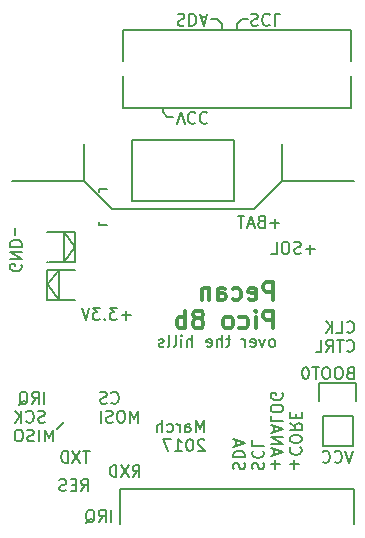
<source format=gbo>
G04 #@! TF.FileFunction,Legend,Bot*
%FSLAX46Y46*%
G04 Gerber Fmt 4.6, Leading zero omitted, Abs format (unit mm)*
G04 Created by KiCad (PCBNEW 4.0.2+dfsg1-stable) date Do 09 Mär 2017 02:24:01 CET*
%MOMM*%
G01*
G04 APERTURE LIST*
%ADD10C,0.100000*%
%ADD11C,0.200000*%
%ADD12C,0.300000*%
%ADD13C,0.150000*%
G04 APERTURE END LIST*
D10*
D11*
X76404762Y-117252381D02*
X76071429Y-118252381D01*
X75738095Y-117252381D01*
X74833333Y-118157143D02*
X74880952Y-118204762D01*
X75023809Y-118252381D01*
X75119047Y-118252381D01*
X75261905Y-118204762D01*
X75357143Y-118109524D01*
X75404762Y-118014286D01*
X75452381Y-117823810D01*
X75452381Y-117680952D01*
X75404762Y-117490476D01*
X75357143Y-117395238D01*
X75261905Y-117300000D01*
X75119047Y-117252381D01*
X75023809Y-117252381D01*
X74880952Y-117300000D01*
X74833333Y-117347619D01*
X73833333Y-118157143D02*
X73880952Y-118204762D01*
X74023809Y-118252381D01*
X74119047Y-118252381D01*
X74261905Y-118204762D01*
X74357143Y-118109524D01*
X74404762Y-118014286D01*
X74452381Y-117823810D01*
X74452381Y-117680952D01*
X74404762Y-117490476D01*
X74357143Y-117395238D01*
X74261905Y-117300000D01*
X74119047Y-117252381D01*
X74023809Y-117252381D01*
X73880952Y-117300000D01*
X73833333Y-117347619D01*
X60270000Y-88600000D02*
X60270000Y-88200000D01*
X60670000Y-89000000D02*
X60270000Y-88600000D01*
X61170000Y-89000000D02*
X60670000Y-89000000D01*
X61465238Y-89547619D02*
X61798571Y-88547619D01*
X62131905Y-89547619D01*
X63036667Y-88642857D02*
X62989048Y-88595238D01*
X62846191Y-88547619D01*
X62750953Y-88547619D01*
X62608095Y-88595238D01*
X62512857Y-88690476D01*
X62465238Y-88785714D01*
X62417619Y-88976190D01*
X62417619Y-89119048D01*
X62465238Y-89309524D01*
X62512857Y-89404762D01*
X62608095Y-89500000D01*
X62750953Y-89547619D01*
X62846191Y-89547619D01*
X62989048Y-89500000D01*
X63036667Y-89452381D01*
X64036667Y-88642857D02*
X63989048Y-88595238D01*
X63846191Y-88547619D01*
X63750953Y-88547619D01*
X63608095Y-88595238D01*
X63512857Y-88690476D01*
X63465238Y-88785714D01*
X63417619Y-88976190D01*
X63417619Y-89119048D01*
X63465238Y-89309524D01*
X63512857Y-89404762D01*
X63608095Y-89500000D01*
X63750953Y-89547619D01*
X63846191Y-89547619D01*
X63989048Y-89500000D01*
X64036667Y-89452381D01*
X66570000Y-81100000D02*
X66570000Y-81600000D01*
X65270000Y-81100000D02*
X65270000Y-81600000D01*
X64870000Y-80700000D02*
X65270000Y-81100000D01*
X64370000Y-80700000D02*
X64870000Y-80700000D01*
X66970000Y-80700000D02*
X66570000Y-81100000D01*
X67470000Y-80700000D02*
X66970000Y-80700000D01*
X67760476Y-80295238D02*
X67903333Y-80247619D01*
X68141429Y-80247619D01*
X68236667Y-80295238D01*
X68284286Y-80342857D01*
X68331905Y-80438095D01*
X68331905Y-80533333D01*
X68284286Y-80628571D01*
X68236667Y-80676190D01*
X68141429Y-80723810D01*
X67950952Y-80771429D01*
X67855714Y-80819048D01*
X67808095Y-80866667D01*
X67760476Y-80961905D01*
X67760476Y-81057143D01*
X67808095Y-81152381D01*
X67855714Y-81200000D01*
X67950952Y-81247619D01*
X68189048Y-81247619D01*
X68331905Y-81200000D01*
X69331905Y-80342857D02*
X69284286Y-80295238D01*
X69141429Y-80247619D01*
X69046191Y-80247619D01*
X68903333Y-80295238D01*
X68808095Y-80390476D01*
X68760476Y-80485714D01*
X68712857Y-80676190D01*
X68712857Y-80819048D01*
X68760476Y-81009524D01*
X68808095Y-81104762D01*
X68903333Y-81200000D01*
X69046191Y-81247619D01*
X69141429Y-81247619D01*
X69284286Y-81200000D01*
X69331905Y-81152381D01*
X70236667Y-80247619D02*
X69760476Y-80247619D01*
X69760476Y-81247619D01*
X61550952Y-80295238D02*
X61693809Y-80247619D01*
X61931905Y-80247619D01*
X62027143Y-80295238D01*
X62074762Y-80342857D01*
X62122381Y-80438095D01*
X62122381Y-80533333D01*
X62074762Y-80628571D01*
X62027143Y-80676190D01*
X61931905Y-80723810D01*
X61741428Y-80771429D01*
X61646190Y-80819048D01*
X61598571Y-80866667D01*
X61550952Y-80961905D01*
X61550952Y-81057143D01*
X61598571Y-81152381D01*
X61646190Y-81200000D01*
X61741428Y-81247619D01*
X61979524Y-81247619D01*
X62122381Y-81200000D01*
X62550952Y-80247619D02*
X62550952Y-81247619D01*
X62789047Y-81247619D01*
X62931905Y-81200000D01*
X63027143Y-81104762D01*
X63074762Y-81009524D01*
X63122381Y-80819048D01*
X63122381Y-80676190D01*
X63074762Y-80485714D01*
X63027143Y-80390476D01*
X62931905Y-80295238D01*
X62789047Y-80247619D01*
X62550952Y-80247619D01*
X63503333Y-80533333D02*
X63979524Y-80533333D01*
X63408095Y-80247619D02*
X63741428Y-81247619D01*
X64074762Y-80247619D01*
X47800000Y-98400000D02*
X47800000Y-99000000D01*
X53600000Y-94400000D02*
X56000000Y-96800000D01*
X70400000Y-94400000D02*
X68000000Y-96800000D01*
X56000000Y-96800000D02*
X68000000Y-96800000D01*
X57742857Y-119452381D02*
X58076191Y-118976190D01*
X58314286Y-119452381D02*
X58314286Y-118452381D01*
X57933333Y-118452381D01*
X57838095Y-118500000D01*
X57790476Y-118547619D01*
X57742857Y-118642857D01*
X57742857Y-118785714D01*
X57790476Y-118880952D01*
X57838095Y-118928571D01*
X57933333Y-118976190D01*
X58314286Y-118976190D01*
X57409524Y-118452381D02*
X56742857Y-119452381D01*
X56742857Y-118452381D02*
X57409524Y-119452381D01*
X56361905Y-119452381D02*
X56361905Y-118452381D01*
X56123810Y-118452381D01*
X55980952Y-118500000D01*
X55885714Y-118595238D01*
X55838095Y-118690476D01*
X55790476Y-118880952D01*
X55790476Y-119023810D01*
X55838095Y-119214286D01*
X55885714Y-119309524D01*
X55980952Y-119404762D01*
X56123810Y-119452381D01*
X56361905Y-119452381D01*
X57561905Y-105771429D02*
X56800000Y-105771429D01*
X57180952Y-106152381D02*
X57180952Y-105390476D01*
X56419048Y-105152381D02*
X55800000Y-105152381D01*
X56133334Y-105533333D01*
X55990476Y-105533333D01*
X55895238Y-105580952D01*
X55847619Y-105628571D01*
X55800000Y-105723810D01*
X55800000Y-105961905D01*
X55847619Y-106057143D01*
X55895238Y-106104762D01*
X55990476Y-106152381D01*
X56276191Y-106152381D01*
X56371429Y-106104762D01*
X56419048Y-106057143D01*
X55371429Y-106057143D02*
X55323810Y-106104762D01*
X55371429Y-106152381D01*
X55419048Y-106104762D01*
X55371429Y-106057143D01*
X55371429Y-106152381D01*
X54990477Y-105152381D02*
X54371429Y-105152381D01*
X54704763Y-105533333D01*
X54561905Y-105533333D01*
X54466667Y-105580952D01*
X54419048Y-105628571D01*
X54371429Y-105723810D01*
X54371429Y-105961905D01*
X54419048Y-106057143D01*
X54466667Y-106104762D01*
X54561905Y-106152381D01*
X54847620Y-106152381D01*
X54942858Y-106104762D01*
X54990477Y-106057143D01*
X54085715Y-105152381D02*
X53752382Y-106152381D01*
X53419048Y-105152381D01*
D12*
X69642857Y-104478571D02*
X69642857Y-102978571D01*
X69071429Y-102978571D01*
X68928571Y-103050000D01*
X68857143Y-103121429D01*
X68785714Y-103264286D01*
X68785714Y-103478571D01*
X68857143Y-103621429D01*
X68928571Y-103692857D01*
X69071429Y-103764286D01*
X69642857Y-103764286D01*
X67571429Y-104407143D02*
X67714286Y-104478571D01*
X68000000Y-104478571D01*
X68142857Y-104407143D01*
X68214286Y-104264286D01*
X68214286Y-103692857D01*
X68142857Y-103550000D01*
X68000000Y-103478571D01*
X67714286Y-103478571D01*
X67571429Y-103550000D01*
X67500000Y-103692857D01*
X67500000Y-103835714D01*
X68214286Y-103978571D01*
X66214286Y-104407143D02*
X66357143Y-104478571D01*
X66642857Y-104478571D01*
X66785715Y-104407143D01*
X66857143Y-104335714D01*
X66928572Y-104192857D01*
X66928572Y-103764286D01*
X66857143Y-103621429D01*
X66785715Y-103550000D01*
X66642857Y-103478571D01*
X66357143Y-103478571D01*
X66214286Y-103550000D01*
X64928572Y-104478571D02*
X64928572Y-103692857D01*
X65000001Y-103550000D01*
X65142858Y-103478571D01*
X65428572Y-103478571D01*
X65571429Y-103550000D01*
X64928572Y-104407143D02*
X65071429Y-104478571D01*
X65428572Y-104478571D01*
X65571429Y-104407143D01*
X65642858Y-104264286D01*
X65642858Y-104121429D01*
X65571429Y-103978571D01*
X65428572Y-103907143D01*
X65071429Y-103907143D01*
X64928572Y-103835714D01*
X64214286Y-103478571D02*
X64214286Y-104478571D01*
X64214286Y-103621429D02*
X64142858Y-103550000D01*
X64000000Y-103478571D01*
X63785715Y-103478571D01*
X63642858Y-103550000D01*
X63571429Y-103692857D01*
X63571429Y-104478571D01*
X69642857Y-106878571D02*
X69642857Y-105378571D01*
X69071429Y-105378571D01*
X68928571Y-105450000D01*
X68857143Y-105521429D01*
X68785714Y-105664286D01*
X68785714Y-105878571D01*
X68857143Y-106021429D01*
X68928571Y-106092857D01*
X69071429Y-106164286D01*
X69642857Y-106164286D01*
X68142857Y-106878571D02*
X68142857Y-105878571D01*
X68142857Y-105378571D02*
X68214286Y-105450000D01*
X68142857Y-105521429D01*
X68071429Y-105450000D01*
X68142857Y-105378571D01*
X68142857Y-105521429D01*
X66785714Y-106807143D02*
X66928571Y-106878571D01*
X67214285Y-106878571D01*
X67357143Y-106807143D01*
X67428571Y-106735714D01*
X67500000Y-106592857D01*
X67500000Y-106164286D01*
X67428571Y-106021429D01*
X67357143Y-105950000D01*
X67214285Y-105878571D01*
X66928571Y-105878571D01*
X66785714Y-105950000D01*
X65928571Y-106878571D02*
X66071429Y-106807143D01*
X66142857Y-106735714D01*
X66214286Y-106592857D01*
X66214286Y-106164286D01*
X66142857Y-106021429D01*
X66071429Y-105950000D01*
X65928571Y-105878571D01*
X65714286Y-105878571D01*
X65571429Y-105950000D01*
X65500000Y-106021429D01*
X65428571Y-106164286D01*
X65428571Y-106592857D01*
X65500000Y-106735714D01*
X65571429Y-106807143D01*
X65714286Y-106878571D01*
X65928571Y-106878571D01*
X63428571Y-106021429D02*
X63571429Y-105950000D01*
X63642857Y-105878571D01*
X63714286Y-105735714D01*
X63714286Y-105664286D01*
X63642857Y-105521429D01*
X63571429Y-105450000D01*
X63428571Y-105378571D01*
X63142857Y-105378571D01*
X63000000Y-105450000D01*
X62928571Y-105521429D01*
X62857143Y-105664286D01*
X62857143Y-105735714D01*
X62928571Y-105878571D01*
X63000000Y-105950000D01*
X63142857Y-106021429D01*
X63428571Y-106021429D01*
X63571429Y-106092857D01*
X63642857Y-106164286D01*
X63714286Y-106307143D01*
X63714286Y-106592857D01*
X63642857Y-106735714D01*
X63571429Y-106807143D01*
X63428571Y-106878571D01*
X63142857Y-106878571D01*
X63000000Y-106807143D01*
X62928571Y-106735714D01*
X62857143Y-106592857D01*
X62857143Y-106307143D01*
X62928571Y-106164286D01*
X63000000Y-106092857D01*
X63142857Y-106021429D01*
X62214286Y-106878571D02*
X62214286Y-105378571D01*
X62214286Y-105950000D02*
X62071429Y-105878571D01*
X61785715Y-105878571D01*
X61642858Y-105950000D01*
X61571429Y-106021429D01*
X61500000Y-106164286D01*
X61500000Y-106592857D01*
X61571429Y-106735714D01*
X61642858Y-106807143D01*
X61785715Y-106878571D01*
X62071429Y-106878571D01*
X62214286Y-106807143D01*
D11*
X48300000Y-101485714D02*
X48347619Y-101580952D01*
X48347619Y-101723809D01*
X48300000Y-101866667D01*
X48204762Y-101961905D01*
X48109524Y-102009524D01*
X47919048Y-102057143D01*
X47776190Y-102057143D01*
X47585714Y-102009524D01*
X47490476Y-101961905D01*
X47395238Y-101866667D01*
X47347619Y-101723809D01*
X47347619Y-101628571D01*
X47395238Y-101485714D01*
X47442857Y-101438095D01*
X47776190Y-101438095D01*
X47776190Y-101628571D01*
X47347619Y-101009524D02*
X48347619Y-101009524D01*
X47347619Y-100438095D01*
X48347619Y-100438095D01*
X47347619Y-99961905D02*
X48347619Y-99961905D01*
X48347619Y-99723810D01*
X48300000Y-99580952D01*
X48204762Y-99485714D01*
X48109524Y-99438095D01*
X47919048Y-99390476D01*
X47776190Y-99390476D01*
X47585714Y-99438095D01*
X47490476Y-99485714D01*
X47395238Y-99580952D01*
X47347619Y-99723810D01*
X47347619Y-99961905D01*
X69828571Y-118761905D02*
X69828571Y-118000000D01*
X69447619Y-118380952D02*
X70209524Y-118380952D01*
X69733333Y-117571429D02*
X69733333Y-117095238D01*
X69447619Y-117666667D02*
X70447619Y-117333334D01*
X69447619Y-117000000D01*
X69447619Y-116666667D02*
X70447619Y-116666667D01*
X69447619Y-116095238D01*
X70447619Y-116095238D01*
X69733333Y-115666667D02*
X69733333Y-115190476D01*
X69447619Y-115761905D02*
X70447619Y-115428572D01*
X69447619Y-115095238D01*
X69447619Y-114285714D02*
X69447619Y-114761905D01*
X70447619Y-114761905D01*
X70447619Y-113761905D02*
X70447619Y-113571428D01*
X70400000Y-113476190D01*
X70304762Y-113380952D01*
X70114286Y-113333333D01*
X69780952Y-113333333D01*
X69590476Y-113380952D01*
X69495238Y-113476190D01*
X69447619Y-113571428D01*
X69447619Y-113761905D01*
X69495238Y-113857143D01*
X69590476Y-113952381D01*
X69780952Y-114000000D01*
X70114286Y-114000000D01*
X70304762Y-113952381D01*
X70400000Y-113857143D01*
X70447619Y-113761905D01*
X70400000Y-112380952D02*
X70447619Y-112476190D01*
X70447619Y-112619047D01*
X70400000Y-112761905D01*
X70304762Y-112857143D01*
X70209524Y-112904762D01*
X70019048Y-112952381D01*
X69876190Y-112952381D01*
X69685714Y-112904762D01*
X69590476Y-112857143D01*
X69495238Y-112761905D01*
X69447619Y-112619047D01*
X69447619Y-112523809D01*
X69495238Y-112380952D01*
X69542857Y-112333333D01*
X69876190Y-112333333D01*
X69876190Y-112523809D01*
X51900000Y-114800000D02*
X51300000Y-115400000D01*
X54104762Y-117252381D02*
X53533333Y-117252381D01*
X53819048Y-118252381D02*
X53819048Y-117252381D01*
X53295238Y-117252381D02*
X52628571Y-118252381D01*
X52628571Y-117252381D02*
X53295238Y-118252381D01*
X52247619Y-118252381D02*
X52247619Y-117252381D01*
X52009524Y-117252381D01*
X51866666Y-117300000D01*
X51771428Y-117395238D01*
X51723809Y-117490476D01*
X51676190Y-117680952D01*
X51676190Y-117823810D01*
X51723809Y-118014286D01*
X51771428Y-118109524D01*
X51866666Y-118204762D01*
X52009524Y-118252381D01*
X52247619Y-118252381D01*
X50961905Y-116452381D02*
X50961905Y-115452381D01*
X50628571Y-116166667D01*
X50295238Y-115452381D01*
X50295238Y-116452381D01*
X49819048Y-116452381D02*
X49819048Y-115452381D01*
X49390477Y-116404762D02*
X49247620Y-116452381D01*
X49009524Y-116452381D01*
X48914286Y-116404762D01*
X48866667Y-116357143D01*
X48819048Y-116261905D01*
X48819048Y-116166667D01*
X48866667Y-116071429D01*
X48914286Y-116023810D01*
X49009524Y-115976190D01*
X49200001Y-115928571D01*
X49295239Y-115880952D01*
X49342858Y-115833333D01*
X49390477Y-115738095D01*
X49390477Y-115642857D01*
X49342858Y-115547619D01*
X49295239Y-115500000D01*
X49200001Y-115452381D01*
X48961905Y-115452381D01*
X48819048Y-115500000D01*
X48200001Y-115452381D02*
X48009524Y-115452381D01*
X47914286Y-115500000D01*
X47819048Y-115595238D01*
X47771429Y-115785714D01*
X47771429Y-116119048D01*
X47819048Y-116309524D01*
X47914286Y-116404762D01*
X48009524Y-116452381D01*
X48200001Y-116452381D01*
X48295239Y-116404762D01*
X48390477Y-116309524D01*
X48438096Y-116119048D01*
X48438096Y-115785714D01*
X48390477Y-115595238D01*
X48295239Y-115500000D01*
X48200001Y-115452381D01*
X63761905Y-115652381D02*
X63761905Y-114652381D01*
X63428571Y-115366667D01*
X63095238Y-114652381D01*
X63095238Y-115652381D01*
X62190476Y-115652381D02*
X62190476Y-115128571D01*
X62238095Y-115033333D01*
X62333333Y-114985714D01*
X62523810Y-114985714D01*
X62619048Y-115033333D01*
X62190476Y-115604762D02*
X62285714Y-115652381D01*
X62523810Y-115652381D01*
X62619048Y-115604762D01*
X62666667Y-115509524D01*
X62666667Y-115414286D01*
X62619048Y-115319048D01*
X62523810Y-115271429D01*
X62285714Y-115271429D01*
X62190476Y-115223810D01*
X61714286Y-115652381D02*
X61714286Y-114985714D01*
X61714286Y-115176190D02*
X61666667Y-115080952D01*
X61619048Y-115033333D01*
X61523810Y-114985714D01*
X61428571Y-114985714D01*
X60666666Y-115604762D02*
X60761904Y-115652381D01*
X60952381Y-115652381D01*
X61047619Y-115604762D01*
X61095238Y-115557143D01*
X61142857Y-115461905D01*
X61142857Y-115176190D01*
X61095238Y-115080952D01*
X61047619Y-115033333D01*
X60952381Y-114985714D01*
X60761904Y-114985714D01*
X60666666Y-115033333D01*
X60238095Y-115652381D02*
X60238095Y-114652381D01*
X59809523Y-115652381D02*
X59809523Y-115128571D01*
X59857142Y-115033333D01*
X59952380Y-114985714D01*
X60095238Y-114985714D01*
X60190476Y-115033333D01*
X60238095Y-115080952D01*
X63809524Y-116347619D02*
X63761905Y-116300000D01*
X63666667Y-116252381D01*
X63428571Y-116252381D01*
X63333333Y-116300000D01*
X63285714Y-116347619D01*
X63238095Y-116442857D01*
X63238095Y-116538095D01*
X63285714Y-116680952D01*
X63857143Y-117252381D01*
X63238095Y-117252381D01*
X62619048Y-116252381D02*
X62523809Y-116252381D01*
X62428571Y-116300000D01*
X62380952Y-116347619D01*
X62333333Y-116442857D01*
X62285714Y-116633333D01*
X62285714Y-116871429D01*
X62333333Y-117061905D01*
X62380952Y-117157143D01*
X62428571Y-117204762D01*
X62523809Y-117252381D01*
X62619048Y-117252381D01*
X62714286Y-117204762D01*
X62761905Y-117157143D01*
X62809524Y-117061905D01*
X62857143Y-116871429D01*
X62857143Y-116633333D01*
X62809524Y-116442857D01*
X62761905Y-116347619D01*
X62714286Y-116300000D01*
X62619048Y-116252381D01*
X61333333Y-117252381D02*
X61904762Y-117252381D01*
X61619048Y-117252381D02*
X61619048Y-116252381D01*
X61714286Y-116395238D01*
X61809524Y-116490476D01*
X61904762Y-116538095D01*
X61000000Y-116252381D02*
X60333333Y-116252381D01*
X60761905Y-117252381D01*
X71428571Y-118761905D02*
X71428571Y-118000000D01*
X71047619Y-118380952D02*
X71809524Y-118380952D01*
X71142857Y-116952381D02*
X71095238Y-117000000D01*
X71047619Y-117142857D01*
X71047619Y-117238095D01*
X71095238Y-117380953D01*
X71190476Y-117476191D01*
X71285714Y-117523810D01*
X71476190Y-117571429D01*
X71619048Y-117571429D01*
X71809524Y-117523810D01*
X71904762Y-117476191D01*
X72000000Y-117380953D01*
X72047619Y-117238095D01*
X72047619Y-117142857D01*
X72000000Y-117000000D01*
X71952381Y-116952381D01*
X72047619Y-116333334D02*
X72047619Y-116142857D01*
X72000000Y-116047619D01*
X71904762Y-115952381D01*
X71714286Y-115904762D01*
X71380952Y-115904762D01*
X71190476Y-115952381D01*
X71095238Y-116047619D01*
X71047619Y-116142857D01*
X71047619Y-116333334D01*
X71095238Y-116428572D01*
X71190476Y-116523810D01*
X71380952Y-116571429D01*
X71714286Y-116571429D01*
X71904762Y-116523810D01*
X72000000Y-116428572D01*
X72047619Y-116333334D01*
X71047619Y-114904762D02*
X71523810Y-115238096D01*
X71047619Y-115476191D02*
X72047619Y-115476191D01*
X72047619Y-115095238D01*
X72000000Y-115000000D01*
X71952381Y-114952381D01*
X71857143Y-114904762D01*
X71714286Y-114904762D01*
X71619048Y-114952381D01*
X71571429Y-115000000D01*
X71523810Y-115095238D01*
X71523810Y-115476191D01*
X71571429Y-114476191D02*
X71571429Y-114142857D01*
X71047619Y-114000000D02*
X71047619Y-114476191D01*
X72047619Y-114476191D01*
X72047619Y-114000000D01*
X75890476Y-107157143D02*
X75938095Y-107204762D01*
X76080952Y-107252381D01*
X76176190Y-107252381D01*
X76319048Y-107204762D01*
X76414286Y-107109524D01*
X76461905Y-107014286D01*
X76509524Y-106823810D01*
X76509524Y-106680952D01*
X76461905Y-106490476D01*
X76414286Y-106395238D01*
X76319048Y-106300000D01*
X76176190Y-106252381D01*
X76080952Y-106252381D01*
X75938095Y-106300000D01*
X75890476Y-106347619D01*
X74985714Y-107252381D02*
X75461905Y-107252381D01*
X75461905Y-106252381D01*
X74652381Y-107252381D02*
X74652381Y-106252381D01*
X74080952Y-107252381D02*
X74509524Y-106680952D01*
X74080952Y-106252381D02*
X74652381Y-106823810D01*
X75890476Y-108757143D02*
X75938095Y-108804762D01*
X76080952Y-108852381D01*
X76176190Y-108852381D01*
X76319048Y-108804762D01*
X76414286Y-108709524D01*
X76461905Y-108614286D01*
X76509524Y-108423810D01*
X76509524Y-108280952D01*
X76461905Y-108090476D01*
X76414286Y-107995238D01*
X76319048Y-107900000D01*
X76176190Y-107852381D01*
X76080952Y-107852381D01*
X75938095Y-107900000D01*
X75890476Y-107947619D01*
X75604762Y-107852381D02*
X75033333Y-107852381D01*
X75319048Y-108852381D02*
X75319048Y-107852381D01*
X74128571Y-108852381D02*
X74461905Y-108376190D01*
X74700000Y-108852381D02*
X74700000Y-107852381D01*
X74319047Y-107852381D01*
X74223809Y-107900000D01*
X74176190Y-107947619D01*
X74128571Y-108042857D01*
X74128571Y-108185714D01*
X74176190Y-108280952D01*
X74223809Y-108328571D01*
X74319047Y-108376190D01*
X74700000Y-108376190D01*
X73223809Y-108852381D02*
X73700000Y-108852381D01*
X73700000Y-107852381D01*
X67895238Y-118809524D02*
X67847619Y-118666667D01*
X67847619Y-118428571D01*
X67895238Y-118333333D01*
X67942857Y-118285714D01*
X68038095Y-118238095D01*
X68133333Y-118238095D01*
X68228571Y-118285714D01*
X68276190Y-118333333D01*
X68323810Y-118428571D01*
X68371429Y-118619048D01*
X68419048Y-118714286D01*
X68466667Y-118761905D01*
X68561905Y-118809524D01*
X68657143Y-118809524D01*
X68752381Y-118761905D01*
X68800000Y-118714286D01*
X68847619Y-118619048D01*
X68847619Y-118380952D01*
X68800000Y-118238095D01*
X67942857Y-117238095D02*
X67895238Y-117285714D01*
X67847619Y-117428571D01*
X67847619Y-117523809D01*
X67895238Y-117666667D01*
X67990476Y-117761905D01*
X68085714Y-117809524D01*
X68276190Y-117857143D01*
X68419048Y-117857143D01*
X68609524Y-117809524D01*
X68704762Y-117761905D01*
X68800000Y-117666667D01*
X68847619Y-117523809D01*
X68847619Y-117428571D01*
X68800000Y-117285714D01*
X68752381Y-117238095D01*
X67847619Y-116333333D02*
X67847619Y-116809524D01*
X68847619Y-116809524D01*
X66295238Y-118809524D02*
X66247619Y-118666667D01*
X66247619Y-118428571D01*
X66295238Y-118333333D01*
X66342857Y-118285714D01*
X66438095Y-118238095D01*
X66533333Y-118238095D01*
X66628571Y-118285714D01*
X66676190Y-118333333D01*
X66723810Y-118428571D01*
X66771429Y-118619048D01*
X66819048Y-118714286D01*
X66866667Y-118761905D01*
X66961905Y-118809524D01*
X67057143Y-118809524D01*
X67152381Y-118761905D01*
X67200000Y-118714286D01*
X67247619Y-118619048D01*
X67247619Y-118380952D01*
X67200000Y-118238095D01*
X66247619Y-117809524D02*
X67247619Y-117809524D01*
X67247619Y-117571429D01*
X67200000Y-117428571D01*
X67104762Y-117333333D01*
X67009524Y-117285714D01*
X66819048Y-117238095D01*
X66676190Y-117238095D01*
X66485714Y-117285714D01*
X66390476Y-117333333D01*
X66295238Y-117428571D01*
X66247619Y-117571429D01*
X66247619Y-117809524D01*
X66533333Y-116857143D02*
X66533333Y-116380952D01*
X66247619Y-116952381D02*
X67247619Y-116619048D01*
X66247619Y-116285714D01*
X55923809Y-123252381D02*
X55923809Y-122252381D01*
X54876190Y-123252381D02*
X55209524Y-122776190D01*
X55447619Y-123252381D02*
X55447619Y-122252381D01*
X55066666Y-122252381D01*
X54971428Y-122300000D01*
X54923809Y-122347619D01*
X54876190Y-122442857D01*
X54876190Y-122585714D01*
X54923809Y-122680952D01*
X54971428Y-122728571D01*
X55066666Y-122776190D01*
X55447619Y-122776190D01*
X53780952Y-123347619D02*
X53876190Y-123300000D01*
X53971428Y-123204762D01*
X54114285Y-123061905D01*
X54209524Y-123014286D01*
X54304762Y-123014286D01*
X54257143Y-123252381D02*
X54352381Y-123204762D01*
X54447619Y-123109524D01*
X54495238Y-122919048D01*
X54495238Y-122585714D01*
X54447619Y-122395238D01*
X54352381Y-122300000D01*
X54257143Y-122252381D01*
X54066666Y-122252381D01*
X53971428Y-122300000D01*
X53876190Y-122395238D01*
X53828571Y-122585714D01*
X53828571Y-122919048D01*
X53876190Y-123109524D01*
X53971428Y-123204762D01*
X54066666Y-123252381D01*
X54257143Y-123252381D01*
X53390476Y-120652381D02*
X53723810Y-120176190D01*
X53961905Y-120652381D02*
X53961905Y-119652381D01*
X53580952Y-119652381D01*
X53485714Y-119700000D01*
X53438095Y-119747619D01*
X53390476Y-119842857D01*
X53390476Y-119985714D01*
X53438095Y-120080952D01*
X53485714Y-120128571D01*
X53580952Y-120176190D01*
X53961905Y-120176190D01*
X52961905Y-120128571D02*
X52628571Y-120128571D01*
X52485714Y-120652381D02*
X52961905Y-120652381D01*
X52961905Y-119652381D01*
X52485714Y-119652381D01*
X52104762Y-120604762D02*
X51961905Y-120652381D01*
X51723809Y-120652381D01*
X51628571Y-120604762D01*
X51580952Y-120557143D01*
X51533333Y-120461905D01*
X51533333Y-120366667D01*
X51580952Y-120271429D01*
X51628571Y-120223810D01*
X51723809Y-120176190D01*
X51914286Y-120128571D01*
X52009524Y-120080952D01*
X52057143Y-120033333D01*
X52104762Y-119938095D01*
X52104762Y-119842857D01*
X52057143Y-119747619D01*
X52009524Y-119700000D01*
X51914286Y-119652381D01*
X51676190Y-119652381D01*
X51533333Y-119700000D01*
X55942857Y-113157143D02*
X55990476Y-113204762D01*
X56133333Y-113252381D01*
X56228571Y-113252381D01*
X56371429Y-113204762D01*
X56466667Y-113109524D01*
X56514286Y-113014286D01*
X56561905Y-112823810D01*
X56561905Y-112680952D01*
X56514286Y-112490476D01*
X56466667Y-112395238D01*
X56371429Y-112300000D01*
X56228571Y-112252381D01*
X56133333Y-112252381D01*
X55990476Y-112300000D01*
X55942857Y-112347619D01*
X55561905Y-113204762D02*
X55419048Y-113252381D01*
X55180952Y-113252381D01*
X55085714Y-113204762D01*
X55038095Y-113157143D01*
X54990476Y-113061905D01*
X54990476Y-112966667D01*
X55038095Y-112871429D01*
X55085714Y-112823810D01*
X55180952Y-112776190D01*
X55371429Y-112728571D01*
X55466667Y-112680952D01*
X55514286Y-112633333D01*
X55561905Y-112538095D01*
X55561905Y-112442857D01*
X55514286Y-112347619D01*
X55466667Y-112300000D01*
X55371429Y-112252381D01*
X55133333Y-112252381D01*
X54990476Y-112300000D01*
X58180952Y-114852381D02*
X58180952Y-113852381D01*
X57847618Y-114566667D01*
X57514285Y-113852381D01*
X57514285Y-114852381D01*
X56847619Y-113852381D02*
X56657142Y-113852381D01*
X56561904Y-113900000D01*
X56466666Y-113995238D01*
X56419047Y-114185714D01*
X56419047Y-114519048D01*
X56466666Y-114709524D01*
X56561904Y-114804762D01*
X56657142Y-114852381D01*
X56847619Y-114852381D01*
X56942857Y-114804762D01*
X57038095Y-114709524D01*
X57085714Y-114519048D01*
X57085714Y-114185714D01*
X57038095Y-113995238D01*
X56942857Y-113900000D01*
X56847619Y-113852381D01*
X56038095Y-114804762D02*
X55895238Y-114852381D01*
X55657142Y-114852381D01*
X55561904Y-114804762D01*
X55514285Y-114757143D01*
X55466666Y-114661905D01*
X55466666Y-114566667D01*
X55514285Y-114471429D01*
X55561904Y-114423810D01*
X55657142Y-114376190D01*
X55847619Y-114328571D01*
X55942857Y-114280952D01*
X55990476Y-114233333D01*
X56038095Y-114138095D01*
X56038095Y-114042857D01*
X55990476Y-113947619D01*
X55942857Y-113900000D01*
X55847619Y-113852381D01*
X55609523Y-113852381D01*
X55466666Y-113900000D01*
X55038095Y-114852381D02*
X55038095Y-113852381D01*
X50309524Y-114804762D02*
X50166667Y-114852381D01*
X49928571Y-114852381D01*
X49833333Y-114804762D01*
X49785714Y-114757143D01*
X49738095Y-114661905D01*
X49738095Y-114566667D01*
X49785714Y-114471429D01*
X49833333Y-114423810D01*
X49928571Y-114376190D01*
X50119048Y-114328571D01*
X50214286Y-114280952D01*
X50261905Y-114233333D01*
X50309524Y-114138095D01*
X50309524Y-114042857D01*
X50261905Y-113947619D01*
X50214286Y-113900000D01*
X50119048Y-113852381D01*
X49880952Y-113852381D01*
X49738095Y-113900000D01*
X48738095Y-114757143D02*
X48785714Y-114804762D01*
X48928571Y-114852381D01*
X49023809Y-114852381D01*
X49166667Y-114804762D01*
X49261905Y-114709524D01*
X49309524Y-114614286D01*
X49357143Y-114423810D01*
X49357143Y-114280952D01*
X49309524Y-114090476D01*
X49261905Y-113995238D01*
X49166667Y-113900000D01*
X49023809Y-113852381D01*
X48928571Y-113852381D01*
X48785714Y-113900000D01*
X48738095Y-113947619D01*
X48309524Y-114852381D02*
X48309524Y-113852381D01*
X47738095Y-114852381D02*
X48166667Y-114280952D01*
X47738095Y-113852381D02*
X48309524Y-114423810D01*
X50261905Y-113252381D02*
X50261905Y-112252381D01*
X49214286Y-113252381D02*
X49547620Y-112776190D01*
X49785715Y-113252381D02*
X49785715Y-112252381D01*
X49404762Y-112252381D01*
X49309524Y-112300000D01*
X49261905Y-112347619D01*
X49214286Y-112442857D01*
X49214286Y-112585714D01*
X49261905Y-112680952D01*
X49309524Y-112728571D01*
X49404762Y-112776190D01*
X49785715Y-112776190D01*
X48119048Y-113347619D02*
X48214286Y-113300000D01*
X48309524Y-113204762D01*
X48452381Y-113061905D01*
X48547620Y-113014286D01*
X48642858Y-113014286D01*
X48595239Y-113252381D02*
X48690477Y-113204762D01*
X48785715Y-113109524D01*
X48833334Y-112919048D01*
X48833334Y-112585714D01*
X48785715Y-112395238D01*
X48690477Y-112300000D01*
X48595239Y-112252381D01*
X48404762Y-112252381D01*
X48309524Y-112300000D01*
X48214286Y-112395238D01*
X48166667Y-112585714D01*
X48166667Y-112919048D01*
X48214286Y-113109524D01*
X48309524Y-113204762D01*
X48404762Y-113252381D01*
X48595239Y-113252381D01*
X69619048Y-108452381D02*
X69714286Y-108404762D01*
X69761905Y-108357143D01*
X69809524Y-108261905D01*
X69809524Y-107976190D01*
X69761905Y-107880952D01*
X69714286Y-107833333D01*
X69619048Y-107785714D01*
X69476190Y-107785714D01*
X69380952Y-107833333D01*
X69333333Y-107880952D01*
X69285714Y-107976190D01*
X69285714Y-108261905D01*
X69333333Y-108357143D01*
X69380952Y-108404762D01*
X69476190Y-108452381D01*
X69619048Y-108452381D01*
X68952381Y-107785714D02*
X68714286Y-108452381D01*
X68476190Y-107785714D01*
X67714285Y-108404762D02*
X67809523Y-108452381D01*
X68000000Y-108452381D01*
X68095238Y-108404762D01*
X68142857Y-108309524D01*
X68142857Y-107928571D01*
X68095238Y-107833333D01*
X68000000Y-107785714D01*
X67809523Y-107785714D01*
X67714285Y-107833333D01*
X67666666Y-107928571D01*
X67666666Y-108023810D01*
X68142857Y-108119048D01*
X67238095Y-108452381D02*
X67238095Y-107785714D01*
X67238095Y-107976190D02*
X67190476Y-107880952D01*
X67142857Y-107833333D01*
X67047619Y-107785714D01*
X66952380Y-107785714D01*
X65999999Y-107785714D02*
X65619047Y-107785714D01*
X65857142Y-107452381D02*
X65857142Y-108309524D01*
X65809523Y-108404762D01*
X65714285Y-108452381D01*
X65619047Y-108452381D01*
X65285713Y-108452381D02*
X65285713Y-107452381D01*
X64857141Y-108452381D02*
X64857141Y-107928571D01*
X64904760Y-107833333D01*
X64999998Y-107785714D01*
X65142856Y-107785714D01*
X65238094Y-107833333D01*
X65285713Y-107880952D01*
X63999998Y-108404762D02*
X64095236Y-108452381D01*
X64285713Y-108452381D01*
X64380951Y-108404762D01*
X64428570Y-108309524D01*
X64428570Y-107928571D01*
X64380951Y-107833333D01*
X64285713Y-107785714D01*
X64095236Y-107785714D01*
X63999998Y-107833333D01*
X63952379Y-107928571D01*
X63952379Y-108023810D01*
X64428570Y-108119048D01*
X62761903Y-108452381D02*
X62761903Y-107452381D01*
X62333331Y-108452381D02*
X62333331Y-107928571D01*
X62380950Y-107833333D01*
X62476188Y-107785714D01*
X62619046Y-107785714D01*
X62714284Y-107833333D01*
X62761903Y-107880952D01*
X61857141Y-108452381D02*
X61857141Y-107785714D01*
X61857141Y-107452381D02*
X61904760Y-107500000D01*
X61857141Y-107547619D01*
X61809522Y-107500000D01*
X61857141Y-107452381D01*
X61857141Y-107547619D01*
X61238094Y-108452381D02*
X61333332Y-108404762D01*
X61380951Y-108309524D01*
X61380951Y-107452381D01*
X60714284Y-108452381D02*
X60809522Y-108404762D01*
X60857141Y-108309524D01*
X60857141Y-107452381D01*
X60380950Y-108404762D02*
X60285712Y-108452381D01*
X60095236Y-108452381D01*
X59999997Y-108404762D01*
X59952378Y-108309524D01*
X59952378Y-108261905D01*
X59999997Y-108166667D01*
X60095236Y-108119048D01*
X60238093Y-108119048D01*
X60333331Y-108071429D01*
X60380950Y-107976190D01*
X60380950Y-107928571D01*
X60333331Y-107833333D01*
X60238093Y-107785714D01*
X60095236Y-107785714D01*
X59999997Y-107833333D01*
X70400000Y-94400000D02*
X70400000Y-91300000D01*
X70400000Y-94400000D02*
X76500000Y-94400000D01*
X53600000Y-94400000D02*
X53600000Y-91300000D01*
X53600000Y-94400000D02*
X47500000Y-94400000D01*
X73161905Y-100171429D02*
X72400000Y-100171429D01*
X72780952Y-100552381D02*
X72780952Y-99790476D01*
X71971429Y-100504762D02*
X71828572Y-100552381D01*
X71590476Y-100552381D01*
X71495238Y-100504762D01*
X71447619Y-100457143D01*
X71400000Y-100361905D01*
X71400000Y-100266667D01*
X71447619Y-100171429D01*
X71495238Y-100123810D01*
X71590476Y-100076190D01*
X71780953Y-100028571D01*
X71876191Y-99980952D01*
X71923810Y-99933333D01*
X71971429Y-99838095D01*
X71971429Y-99742857D01*
X71923810Y-99647619D01*
X71876191Y-99600000D01*
X71780953Y-99552381D01*
X71542857Y-99552381D01*
X71400000Y-99600000D01*
X70780953Y-99552381D02*
X70590476Y-99552381D01*
X70495238Y-99600000D01*
X70400000Y-99695238D01*
X70352381Y-99885714D01*
X70352381Y-100219048D01*
X70400000Y-100409524D01*
X70495238Y-100504762D01*
X70590476Y-100552381D01*
X70780953Y-100552381D01*
X70876191Y-100504762D01*
X70971429Y-100409524D01*
X71019048Y-100219048D01*
X71019048Y-99885714D01*
X70971429Y-99695238D01*
X70876191Y-99600000D01*
X70780953Y-99552381D01*
X69447619Y-100552381D02*
X69923810Y-100552381D01*
X69923810Y-99552381D01*
X70161905Y-97971429D02*
X69400000Y-97971429D01*
X69780952Y-98352381D02*
X69780952Y-97590476D01*
X68590476Y-97828571D02*
X68447619Y-97876190D01*
X68400000Y-97923810D01*
X68352381Y-98019048D01*
X68352381Y-98161905D01*
X68400000Y-98257143D01*
X68447619Y-98304762D01*
X68542857Y-98352381D01*
X68923810Y-98352381D01*
X68923810Y-97352381D01*
X68590476Y-97352381D01*
X68495238Y-97400000D01*
X68447619Y-97447619D01*
X68400000Y-97542857D01*
X68400000Y-97638095D01*
X68447619Y-97733333D01*
X68495238Y-97780952D01*
X68590476Y-97828571D01*
X68923810Y-97828571D01*
X67971429Y-98066667D02*
X67495238Y-98066667D01*
X68066667Y-98352381D02*
X67733334Y-97352381D01*
X67400000Y-98352381D01*
X67209524Y-97352381D02*
X66638095Y-97352381D01*
X66923810Y-98352381D02*
X66923810Y-97352381D01*
X76128571Y-110628571D02*
X75985714Y-110676190D01*
X75938095Y-110723810D01*
X75890476Y-110819048D01*
X75890476Y-110961905D01*
X75938095Y-111057143D01*
X75985714Y-111104762D01*
X76080952Y-111152381D01*
X76461905Y-111152381D01*
X76461905Y-110152381D01*
X76128571Y-110152381D01*
X76033333Y-110200000D01*
X75985714Y-110247619D01*
X75938095Y-110342857D01*
X75938095Y-110438095D01*
X75985714Y-110533333D01*
X76033333Y-110580952D01*
X76128571Y-110628571D01*
X76461905Y-110628571D01*
X75271429Y-110152381D02*
X75080952Y-110152381D01*
X74985714Y-110200000D01*
X74890476Y-110295238D01*
X74842857Y-110485714D01*
X74842857Y-110819048D01*
X74890476Y-111009524D01*
X74985714Y-111104762D01*
X75080952Y-111152381D01*
X75271429Y-111152381D01*
X75366667Y-111104762D01*
X75461905Y-111009524D01*
X75509524Y-110819048D01*
X75509524Y-110485714D01*
X75461905Y-110295238D01*
X75366667Y-110200000D01*
X75271429Y-110152381D01*
X74223810Y-110152381D02*
X74033333Y-110152381D01*
X73938095Y-110200000D01*
X73842857Y-110295238D01*
X73795238Y-110485714D01*
X73795238Y-110819048D01*
X73842857Y-111009524D01*
X73938095Y-111104762D01*
X74033333Y-111152381D01*
X74223810Y-111152381D01*
X74319048Y-111104762D01*
X74414286Y-111009524D01*
X74461905Y-110819048D01*
X74461905Y-110485714D01*
X74414286Y-110295238D01*
X74319048Y-110200000D01*
X74223810Y-110152381D01*
X73509524Y-110152381D02*
X72938095Y-110152381D01*
X73223810Y-111152381D02*
X73223810Y-110152381D01*
X72414286Y-110152381D02*
X72319047Y-110152381D01*
X72223809Y-110200000D01*
X72176190Y-110247619D01*
X72128571Y-110342857D01*
X72080952Y-110533333D01*
X72080952Y-110771429D01*
X72128571Y-110961905D01*
X72176190Y-111057143D01*
X72223809Y-111104762D01*
X72319047Y-111152381D01*
X72414286Y-111152381D01*
X72509524Y-111104762D01*
X72557143Y-111057143D01*
X72604762Y-110961905D01*
X72652381Y-110771429D01*
X72652381Y-110533333D01*
X72604762Y-110342857D01*
X72557143Y-110247619D01*
X72509524Y-110200000D01*
X72414286Y-110152381D01*
D13*
X52850620Y-100000000D02*
X51900660Y-98750320D01*
X51900660Y-98750320D02*
X51900660Y-101249680D01*
X51900660Y-101249680D02*
X52898880Y-100000000D01*
X52898880Y-98750320D02*
X52898880Y-101249680D01*
X50600180Y-98750320D02*
X50501120Y-98750320D01*
X50600180Y-101249680D02*
X50501120Y-101249680D01*
X52898880Y-98750320D02*
X50549380Y-98750320D01*
X52898880Y-101249680D02*
X50650980Y-101249680D01*
X54849760Y-97899160D02*
X54849760Y-97850900D01*
X55550800Y-95100180D02*
X54849760Y-95100180D01*
X54849760Y-95100180D02*
X54849760Y-95349100D01*
X54849760Y-97899160D02*
X54849760Y-98099820D01*
X54849760Y-98099820D02*
X55550800Y-98099820D01*
X50549380Y-103200000D02*
X51499340Y-104449680D01*
X51499340Y-104449680D02*
X51499340Y-101950320D01*
X51499340Y-101950320D02*
X50501120Y-103200000D01*
X50501120Y-104449680D02*
X50501120Y-101950320D01*
X52799820Y-104449680D02*
X52898880Y-104449680D01*
X52799820Y-101950320D02*
X52898880Y-101950320D01*
X50501120Y-104449680D02*
X52850620Y-104449680D01*
X50501120Y-101950320D02*
X52749020Y-101950320D01*
X73830000Y-114330000D02*
X73830000Y-116870000D01*
X73550000Y-111510000D02*
X73550000Y-113060000D01*
X73830000Y-114330000D02*
X76370000Y-114330000D01*
X76650000Y-113060000D02*
X76650000Y-111510000D01*
X76650000Y-111510000D02*
X73550000Y-111510000D01*
X76370000Y-114330000D02*
X76370000Y-116870000D01*
X76370000Y-116870000D02*
X73830000Y-116870000D01*
D11*
X56679000Y-120522000D02*
X56679000Y-123443000D01*
X76491000Y-120522000D02*
X76491000Y-123443000D01*
X56679000Y-120522000D02*
X76491000Y-120522000D01*
X76237000Y-88202000D02*
X76237000Y-85535000D01*
X76237000Y-81598000D02*
X76237000Y-84265000D01*
X56933000Y-88202000D02*
X56933000Y-85535000D01*
X56933000Y-81598000D02*
X56933000Y-84265000D01*
X76237000Y-88202000D02*
X56933000Y-88202000D01*
X56933000Y-81598000D02*
X76237000Y-81598000D01*
D13*
X57649100Y-96100000D02*
X66349100Y-96100000D01*
X66350000Y-96100000D02*
X66350000Y-90925000D01*
X66350000Y-90925000D02*
X57650000Y-90925000D01*
X57649100Y-90925000D02*
X57649100Y-96100000D01*
M02*

</source>
